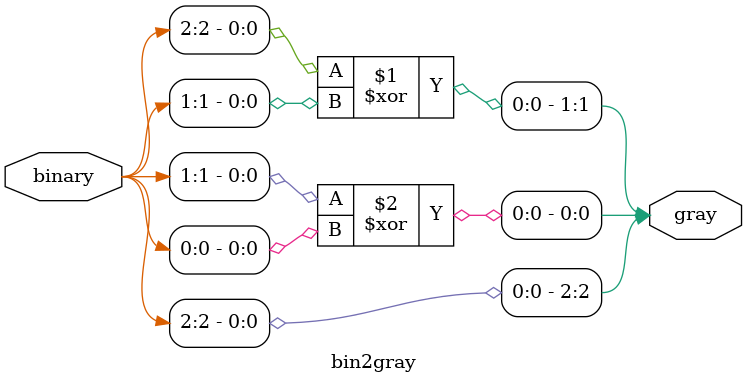
<source format=v>
module bin2gray(
    input [2:0]binary,
    output [2:0]gray
);

assign gray[2] = binary[2];
assign gray[1] = binary[2] ^ binary[1];
assign gray[0] = binary[1] ^ binary[0];

endmodule



/* for binary to excess 3
assign xs3 = binary +3;*/



</source>
